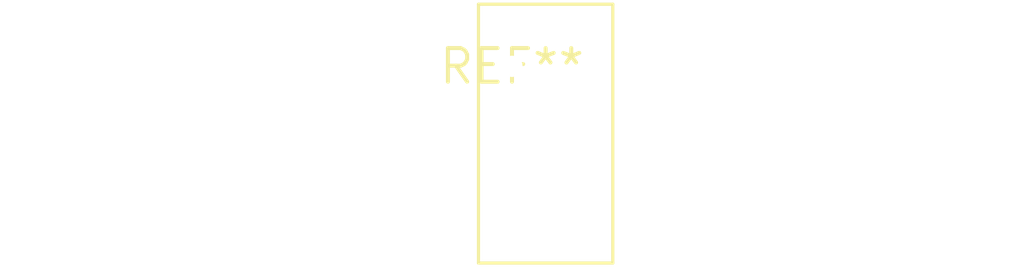
<source format=kicad_pcb>
(kicad_pcb (version 20240108) (generator pcbnew)
  (layers (0 "F.Cu" signal) (31 "B.Cu" signal) (34 "B.Paste" user) (35 "F.Paste" user) (36 "B.SilkS" user "B.Silkscreen") (37 "F.SilkS" user "F.Silkscreen") (38 "B.Mask" user) (39 "F.Mask" user) (44 "Edge.Cuts" user))
  (net 0 "")
  (footprint "Potentiometer_Bourns_3386X_Horizontal" (layer "F.Cu") (at 0 0)
    (property "Reference" "REF**")
    (property "Value" "Potentiometer_Bourns_3386X_Horizontal")
    (fp_line (start -1.265 -2.345) (end -1.265 7.425) (layer "F.SilkS") (stroke (width 0.12)))
    (fp_line (start -1.265 -2.345) (end 3.805 -2.345) (layer "F.SilkS") (stroke (width 0.12)))
    (fp_line (start -1.265 7.425) (end 3.805 7.425) (layer "F.SilkS") (stroke (width 0.12)))
    (fp_line (start 3.805 -2.345) (end 3.805 7.425) (layer "F.SilkS") (stroke (width 0.12)))
    (pad "1" thru_hole circle (at 0 0) (size 1.44 1.44) (drill 0.8) (layers *.Cu *.Mask) (remove_unused_layers))
    (pad "2" thru_hole circle (at 2.54 2.54) (size 1.44 1.44) (drill 0.8) (layers *.Cu *.Mask) (remove_unused_layers))
    (pad "3" thru_hole circle (at 0 5.08) (size 1.44 1.44) (drill 0.8) (layers *.Cu *.Mask) (remove_unused_layers))
  )
)
</source>
